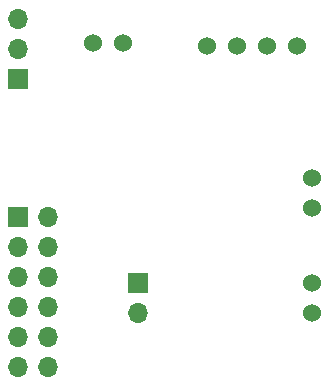
<source format=gbr>
%TF.GenerationSoftware,KiCad,Pcbnew,8.0.5*%
%TF.CreationDate,2024-10-31T22:43:36-05:00*%
%TF.ProjectId,STM_Breakout,53544d5f-4272-4656-916b-6f75742e6b69,rev?*%
%TF.SameCoordinates,Original*%
%TF.FileFunction,Soldermask,Bot*%
%TF.FilePolarity,Negative*%
%FSLAX46Y46*%
G04 Gerber Fmt 4.6, Leading zero omitted, Abs format (unit mm)*
G04 Created by KiCad (PCBNEW 8.0.5) date 2024-10-31 22:43:36*
%MOMM*%
%LPD*%
G01*
G04 APERTURE LIST*
%ADD10C,1.524000*%
%ADD11R,1.700000X1.700000*%
%ADD12O,1.700000X1.700000*%
G04 APERTURE END LIST*
D10*
%TO.C,Conn4*%
X95250000Y-69850000D03*
X95250000Y-72390000D03*
%TD*%
D11*
%TO.C,JP2*%
X80518000Y-69850000D03*
D12*
X80518000Y-72390000D03*
%TD*%
D10*
%TO.C,Conn2*%
X76708000Y-49530000D03*
X79248000Y-49530000D03*
%TD*%
D11*
%TO.C,JP1*%
X70358000Y-52563000D03*
D12*
X70358000Y-50023000D03*
X70358000Y-47483000D03*
%TD*%
D11*
%TO.C,J1*%
X70358000Y-64262000D03*
D12*
X72898000Y-64262000D03*
X70358000Y-66802000D03*
X72898000Y-66802000D03*
X70358000Y-69342000D03*
X72898000Y-69342000D03*
X70358000Y-71882000D03*
X72898000Y-71882000D03*
X70358000Y-74422000D03*
X72898000Y-74422000D03*
X70358000Y-76962000D03*
X72898000Y-76962000D03*
%TD*%
D10*
%TO.C,Conn1*%
X86360000Y-49784000D03*
X88900000Y-49784000D03*
X91440000Y-49784000D03*
X93980000Y-49784000D03*
X93980000Y-49784000D03*
%TD*%
%TO.C,Conn3*%
X95250000Y-60960000D03*
X95250000Y-63500000D03*
%TD*%
M02*

</source>
